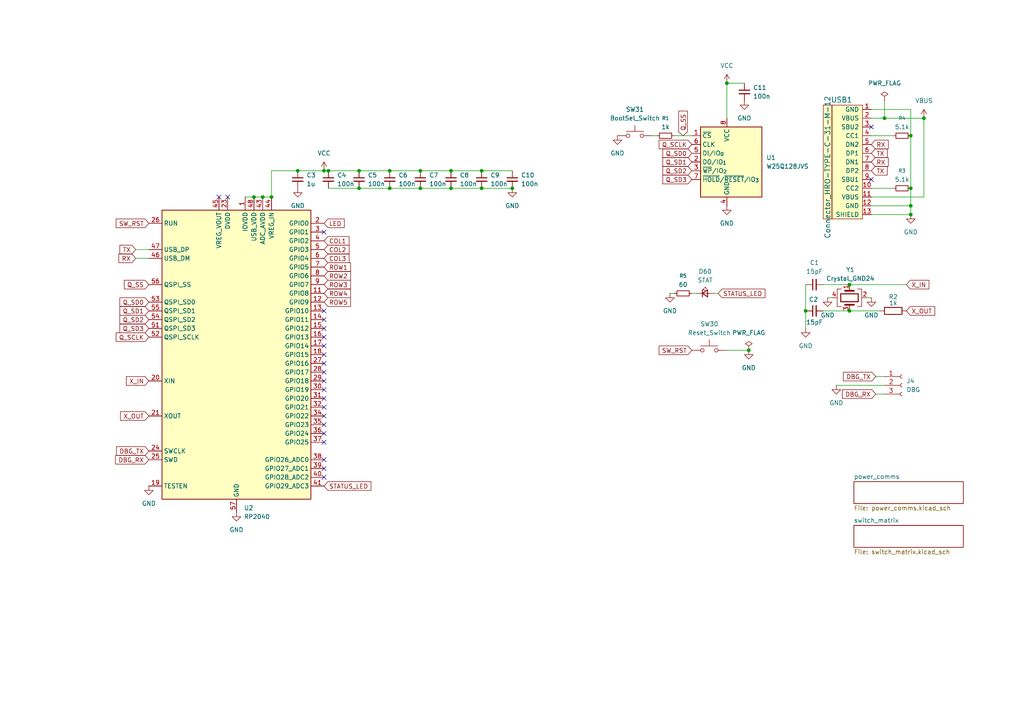
<source format=kicad_sch>
(kicad_sch (version 20250114) (generator "eeschema") (generator_version "9.0")
  (paper "A4")
  (title_block (date "2025-07-27") (rev "01"))
  (lib_symbols
    (symbol "Connector:Conn_01x03_Socket" (pin_names (offset 1.016) (hide yes))
      (property "Reference" "J" (at 0 5.08 0))
      (property "Value" "Conn_01x03_Socket" (at 0 -5.08 0))
      (symbol "Conn_01x03_Socket_1_1"
        (polyline (pts (xy -1.27 2.54) (xy -0.508 2.54)) (stroke (width 0.1524)))
        (polyline (pts (xy -1.27 0) (xy -0.508 0)) (stroke (width 0.1524)))
        (polyline (pts (xy -1.27 -2.54) (xy -0.508 -2.54)) (stroke (width 0.1524)))
        (arc (start 0 2.032) (mid -0.5058 2.54) (end 0 3.048) (stroke (width 0.1524)))
        (arc (start 0 -0.508) (mid -0.5058 0) (end 0 0.508) (stroke (width 0.1524)))
        (arc (start 0 -3.048) (mid -0.5058 -2.54) (end 0 -2.032) (stroke (width 0.1524)))
        (pin passive line (at -5.08 2.54 0) (length 3.81) (name "Pin_1") (number "1"))
        (pin passive line (at -5.08 0 0) (length 3.81) (name "Pin_2") (number "2"))
        (pin passive line (at -5.08 -2.54 0) (length 3.81) (name "Pin_3") (number "3"))
      )
    )
    (symbol "Device:C_Small" (pin_numbers (hide yes)) (pin_names (offset 0.254) (hide yes))
      (property "Reference" "C" (at 0.254 1.778 0))
      (property "Value" "C_Small" (at 0.254 -2.032 0))
      (symbol "C_Small_0_1"
        (polyline (pts (xy -1.524 0.508) (xy 1.524 0.508)) (stroke (width 0.3048)))
        (polyline (pts (xy -1.524 -0.508) (xy 1.524 -0.508)) (stroke (width 0.3302)))
      )
      (symbol "C_Small_1_1"
        (pin passive line (at 0 2.54 270) (length 2.032) (name "~") (number "1"))
        (pin passive line (at 0 -2.54 90) (length 2.032) (name "~") (number "2"))
      )
    )
    (symbol "Device:Crystal_GND24" (pin_names (offset 1.016) (hide yes))
      (property "Reference" "Y" (at 3.175 5.08 0))
      (property "Value" "Crystal_GND24" (at 3.175 3.175 0))
      (symbol "Crystal_GND24_0_1"
        (polyline (pts (xy -2.54 2.286) (xy -2.54 3.556) (xy 2.54 3.556) (xy 2.54 2.286)))
        (polyline (pts (xy -2.54 0) (xy -2.032 0)))
        (polyline (pts (xy -2.54 -2.286) (xy -2.54 -3.556) (xy 2.54 -3.556) (xy 2.54 -2.286)))
        (polyline (pts (xy -2.032 -1.27) (xy -2.032 1.27)) (stroke (width 0.508)))
        (rectangle (start -1.143 2.54) (end 1.143 -2.54) (stroke (width 0.3048)))
        (polyline (pts (xy 0 3.556) (xy 0 3.81)))
        (polyline (pts (xy 0 -3.81) (xy 0 -3.556)))
        (polyline (pts (xy 2.032 0) (xy 2.54 0)))
        (polyline (pts (xy 2.032 -1.27) (xy 2.032 1.27)) (stroke (width 0.508)))
      )
      (symbol "Crystal_GND24_1_1"
        (pin passive line (at -3.81 0 0) (length 1.27) (name "1") (number "1"))
        (pin passive line (at 0 5.08 270) (length 1.27) (name "2") (number "2"))
        (pin passive line (at 0 -5.08 90) (length 1.27) (name "4") (number "4"))
        (pin passive line (at 3.81 0 180) (length 1.27) (name "3") (number "3"))
      )
    )
    (symbol "Device:LED_Small" (pin_numbers (hide yes)) (pin_names (offset 0.254) (hide yes))
      (property "Reference" "D" (at -1.27 3.175 0))
      (property "Value" "LED_Small" (at -4.445 -2.54 0))
      (symbol "LED_Small_0_1"
        (polyline (pts (xy -0.762 -1.016) (xy -0.762 1.016)) (stroke (width 0.254)))
        (polyline (pts (xy 0 0.762) (xy -0.508 1.27) (xy -0.254 1.27) (xy -0.508 1.27) (xy -0.508 1.016)))
        (polyline (pts (xy 0.508 1.27) (xy 0 1.778) (xy 0.254 1.778) (xy 0 1.778) (xy 0 1.524)))
        (polyline (pts (xy 0.762 -1.016) (xy -0.762 0) (xy 0.762 1.016) (xy 0.762 -1.016)) (stroke (width 0.254)))
        (polyline (pts (xy 1.016 0) (xy -0.762 0)))
      )
      (symbol "LED_Small_1_1"
        (pin passive line (at -2.54 0 0) (length 1.778) (name "K") (number "1"))
        (pin passive line (at 2.54 0 180) (length 1.778) (name "A") (number "2"))
      )
    )
    (symbol "Device:R" (pin_numbers (hide yes)) (pin_names (offset 0))
      (property "Reference" "R" (at 2.032 0 90))
      (property "Value" "R" (at 0 0 90))
      (symbol "R_0_1"
        (rectangle (start -1.016 -2.54) (end 1.016 2.54) (stroke (width 0.254)))
      )
      (symbol "R_1_1"
        (pin passive line (at 0 3.81 270) (length 1.27) (name "~") (number "1"))
        (pin passive line (at 0 -3.81 90) (length 1.27) (name "~") (number "2"))
      )
    )
    (symbol "Device:R_Small" (pin_numbers (hide yes)) (pin_names (offset 0.254) (hide yes))
      (property "Reference" "R" (at 0 0 90))
      (property "Value" "R_Small" (at 1.778 0 90))
      (symbol "R_Small_0_1"
        (rectangle (start -0.762 1.778) (end 0.762 -1.778) (stroke (width 0.2032)))
      )
      (symbol "R_Small_1_1"
        (pin passive line (at 0 2.54 270) (length 0.762) (name "~") (number "1"))
        (pin passive line (at 0 -2.54 90) (length 0.762) (name "~") (number "2"))
      )
    )
    (symbol "MCU_RaspberryPi:RP2040"
      (property "Reference" "U" (at 17.78 45.72 0))
      (property "Value" "RP2040" (at 17.78 43.18 0))
      (symbol "RP2040_0_1"
        (rectangle (start -21.59 41.91) (end 21.59 -41.91) (stroke (width 0.254)) (fill (type background)))
      )
      (symbol "RP2040_1_1"
        (pin input line (at -25.4 38.1 0) (length 3.81) (name "RUN") (number "26"))
        (pin bidirectional line (at -25.4 30.48 0) (length 3.81) (name "USB_DP") (number "47"))
        (pin bidirectional line (at -25.4 27.94 0) (length 3.81) (name "USB_DM") (number "46"))
        (pin bidirectional line (at -25.4 20.32 0) (length 3.81) (name "QSPI_SS") (number "56"))
        (pin bidirectional line (at -25.4 15.24 0) (length 3.81) (name "QSPI_SD0") (number "53"))
        (pin bidirectional line (at -25.4 12.7 0) (length 3.81) (name "QSPI_SD1") (number "55"))
        (pin bidirectional line (at -25.4 10.16 0) (length 3.81) (name "QSPI_SD2") (number "54"))
        (pin bidirectional line (at -25.4 7.62 0) (length 3.81) (name "QSPI_SD3") (number "51"))
        (pin output line (at -25.4 5.08 0) (length 3.81) (name "QSPI_SCLK") (number "52"))
        (pin input line (at -25.4 -7.62 0) (length 3.81) (name "XIN") (number "20"))
        (pin passive line (at -25.4 -17.78 0) (length 3.81) (name "XOUT") (number "21"))
        (pin input line (at -25.4 -27.94 0) (length 3.81) (name "SWCLK") (number "24"))
        (pin bidirectional line (at -25.4 -30.48 0) (length 3.81) (name "SWD") (number "25"))
        (pin input line (at -25.4 -38.1 0) (length 3.81) (name "TESTEN") (number "19"))
        (pin power_out line (at -5.08 45.72 270) (length 3.81) (name "VREG_VOUT") (number "45"))
        (pin power_in line (at -2.54 45.72 270) (length 3.81) (name "DVDD") (number "23"))
        (pin passive line (at -2.54 45.72 270) (length 3.81) (hide yes) (name "DVDD") (number "50"))
        (pin power_in line (at 0 -45.72 90) (length 3.81) (name "GND") (number "57"))
        (pin power_in line (at 2.54 45.72 270) (length 3.81) (name "IOVDD") (number "1"))
        (pin passive line (at 2.54 45.72 270) (length 3.81) (hide yes) (name "IOVDD") (number "10"))
        (pin passive line (at 2.54 45.72 270) (length 3.81) (hide yes) (name "IOVDD") (number "22"))
        (pin passive line (at 2.54 45.72 270) (length 3.81) (hide yes) (name "IOVDD") (number "33"))
        (pin passive line (at 2.54 45.72 270) (length 3.81) (hide yes) (name "IOVDD") (number "42"))
        (pin passive line (at 2.54 45.72 270) (length 3.81) (hide yes) (name "IOVDD") (number "49"))
        (pin power_in line (at 5.08 45.72 270) (length 3.81) (name "USB_VDD") (number "48"))
        (pin power_in line (at 7.62 45.72 270) (length 3.81) (name "ADC_AVDD") (number "43"))
        (pin power_in line (at 10.16 45.72 270) (length 3.81) (name "VREG_IN") (number "44"))
        (pin bidirectional line (at 25.4 38.1 180) (length 3.81) (name "GPIO0") (number "2"))
        (pin bidirectional line (at 25.4 35.56 180) (length 3.81) (name "GPIO1") (number "3"))
        (pin bidirectional line (at 25.4 33.02 180) (length 3.81) (name "GPIO2") (number "4"))
        (pin bidirectional line (at 25.4 30.48 180) (length 3.81) (name "GPIO3") (number "5"))
        (pin bidirectional line (at 25.4 27.94 180) (length 3.81) (name "GPIO4") (number "6"))
        (pin bidirectional line (at 25.4 25.4 180) (length 3.81) (name "GPIO5") (number "7"))
        (pin bidirectional line (at 25.4 22.86 180) (length 3.81) (name "GPIO6") (number "8"))
        (pin bidirectional line (at 25.4 20.32 180) (length 3.81) (name "GPIO7") (number "9"))
        (pin bidirectional line (at 25.4 17.78 180) (length 3.81) (name "GPIO8") (number "11"))
        (pin bidirectional line (at 25.4 15.24 180) (length 3.81) (name "GPIO9") (number "12"))
        (pin bidirectional line (at 25.4 12.7 180) (length 3.81) (name "GPIO10") (number "13"))
        (pin bidirectional line (at 25.4 10.16 180) (length 3.81) (name "GPIO11") (number "14"))
        (pin bidirectional line (at 25.4 7.62 180) (length 3.81) (name "GPIO12") (number "15"))
        (pin bidirectional line (at 25.4 5.08 180) (length 3.81) (name "GPIO13") (number "16"))
        (pin bidirectional line (at 25.4 2.54 180) (length 3.81) (name "GPIO14") (number "17"))
        (pin bidirectional line (at 25.4 0 180) (length 3.81) (name "GPIO15") (number "18"))
        (pin bidirectional line (at 25.4 -2.54 180) (length 3.81) (name "GPIO16") (number "27"))
        (pin bidirectional line (at 25.4 -5.08 180) (length 3.81) (name "GPIO17") (number "28"))
        (pin bidirectional line (at 25.4 -7.62 180) (length 3.81) (name "GPIO18") (number "29"))
        (pin bidirectional line (at 25.4 -10.16 180) (length 3.81) (name "GPIO19") (number "30"))
        (pin bidirectional line (at 25.4 -12.7 180) (length 3.81) (name "GPIO20") (number "31"))
        (pin bidirectional line (at 25.4 -15.24 180) (length 3.81) (name "GPIO21") (number "32"))
        (pin bidirectional line (at 25.4 -17.78 180) (length 3.81) (name "GPIO22") (number "34"))
        (pin bidirectional line (at 25.4 -20.32 180) (length 3.81) (name "GPIO23") (number "35"))
        (pin bidirectional line (at 25.4 -22.86 180) (length 3.81) (name "GPIO24") (number "36"))
        (pin bidirectional line (at 25.4 -25.4 180) (length 3.81) (name "GPIO25") (number "37"))
        (pin bidirectional line (at 25.4 -30.48 180) (length 3.81) (name "GPIO26_ADC0") (number "38"))
        (pin bidirectional line (at 25.4 -33.02 180) (length 3.81) (name "GPIO27_ADC1") (number "39"))
        (pin bidirectional line (at 25.4 -35.56 180) (length 3.81) (name "GPIO28_ADC2") (number "40"))
        (pin bidirectional line (at 25.4 -38.1 180) (length 3.81) (name "GPIO29_ADC3") (number "41"))
      )
    )
    (symbol "Memory_Flash:W25Q128JVS"
      (property "Reference" "U" (at -6.35 11.43 0))
      (property "Value" "W25Q128JVS" (at 7.62 11.43 0))
      (symbol "W25Q128JVS_0_1"
        (rectangle (start -7.62 10.16) (end 10.16 -10.16) (stroke (width 0.254)) (fill (type background)))
      )
      (symbol "W25Q128JVS_1_1"
        (pin input line (at -10.16 7.62 0) (length 2.54) (name "~{CS}") (number "1"))
        (pin input line (at -10.16 5.08 0) (length 2.54) (name "CLK") (number "6"))
        (pin bidirectional line (at -10.16 2.54 0) (length 2.54) (name "DI/IO_{0}") (number "5"))
        (pin bidirectional line (at -10.16 0 0) (length 2.54) (name "DO/IO_{1}") (number "2"))
        (pin bidirectional line (at -10.16 -2.54 0) (length 2.54) (name "~{WP}/IO_{2}") (number "3"))
        (pin bidirectional line (at -10.16 -5.08 0) (length 2.54) (name "~{HOLD}/~{RESET}/IO_{3}") (number "7"))
        (pin power_in line (at 0 12.7 270) (length 2.54) (name "VCC") (number "8"))
        (pin power_in line (at 0 -12.7 90) (length 2.54) (name "GND") (number "4"))
      )
    )
    (symbol "Switch:SW_Push" (pin_numbers (hide yes)) (pin_names (offset 1.016) (hide yes))
      (property "Reference" "SW" (at 1.27 2.54 0))
      (property "Value" "SW_Push" (at 0 -1.524 0))
      (symbol "SW_Push_0_1"
        (circle (center -2.032 0) (radius 0.508))
        (polyline (pts (xy 0 1.27) (xy 0 3.048)))
        (circle (center 2.032 0) (radius 0.508))
        (polyline (pts (xy 2.54 1.27) (xy -2.54 1.27)))
        (pin passive line (at -5.08 0 0) (length 2.54) (name "1") (number "1"))
        (pin passive line (at 5.08 0 180) (length 2.54) (name "2") (number "2"))
      )
    )
    (symbol "power:GND" (power) (pin_numbers (hide yes)) (pin_names (offset 0) (hide yes))
      (property "Value" "GND" (at 0 -3.81 0))
      (symbol "GND_0_1"
        (polyline (pts (xy 0 0) (xy 0 -1.27) (xy 1.27 -1.27) (xy 0 -2.54) (xy -1.27 -1.27) (xy 0 -1.27)))
      )
      (symbol "GND_1_1"
        (pin power_in line (at 0 0 270) (length 0) (name "~") (number "1"))
      )
    )
    (symbol "power:PWR_FLAG" (power) (pin_numbers (hide yes)) (pin_names (offset 0) (hide yes))
      (property "Value" "PWR_FLAG" (at 0 3.81 0))
      (symbol "PWR_FLAG_0_0"
        (pin power_out line (at 0 0 90) (length 0) (name "~") (number "1"))
      )
      (symbol "PWR_FLAG_0_1"
        (polyline (pts (xy 0 0) (xy 0 1.27) (xy -1.016 1.905) (xy 0 2.54) (xy 1.016 1.905) (xy 0 1.27)))
      )
    )
    (symbol "power:VCC" (power) (pin_numbers (hide yes)) (pin_names (offset 0) (hide yes))
      (property "Value" "VCC" (at 0 3.556 0))
      (symbol "VCC_0_1"
        (polyline (pts (xy -0.762 1.27) (xy 0 2.54)))
        (polyline (pts (xy 0 2.54) (xy 0.762 1.27)))
        (polyline (pts (xy 0 0) (xy 0 2.54)))
      )
      (symbol "VCC_1_1"
        (pin power_in line (at 0 0 90) (length 0) (name "~") (number "1"))
      )
    )
    (symbol "zzkeeb:Connector_HRO-TYPE-C-31-M-12" (pin_names (offset 1.016))
      (property "Reference" "USB" (at -5.08 16.51 0))
      (property "Value" "Connector_HRO-TYPE-C-31-M-12" (at -10.16 -1.27 90))
      (symbol "Connector_HRO-TYPE-C-31-M-12_0_1"
        (rectangle (start -11.43 15.24) (end -8.89 -17.78) (fill (type background)))
        (rectangle (start 0 -17.78) (end -8.89 15.24) (fill (type background)))
      )
      (symbol "Connector_HRO-TYPE-C-31-M-12_1_1"
        (pin input line (at 2.54 13.97 180) (length 2.54) (name "GND") (number "1"))
        (pin input line (at 2.54 11.43 180) (length 2.54) (name "VBUS") (number "2"))
        (pin input line (at 2.54 8.89 180) (length 2.54) (name "SBU2") (number "3"))
        (pin input line (at 2.54 6.35 180) (length 2.54) (name "CC1") (number "4"))
        (pin input line (at 2.54 3.81 180) (length 2.54) (name "DN2") (number "5"))
        (pin input line (at 2.54 1.27 180) (length 2.54) (name "DP1") (number "6"))
        (pin input line (at 2.54 -1.27 180) (length 2.54) (name "DN1") (number "7"))
        (pin input line (at 2.54 -3.81 180) (length 2.54) (name "DP2") (number "8"))
        (pin input line (at 2.54 -6.35 180) (length 2.54) (name "SBU1") (number "9"))
        (pin input line (at 2.54 -8.89 180) (length 2.54) (name "CC2") (number "10"))
        (pin input line (at 2.54 -11.43 180) (length 2.54) (name "VBUS") (number "11"))
        (pin input line (at 2.54 -13.97 180) (length 2.54) (name "GND") (number "12"))
        (pin input line (at 2.54 -16.51 180) (length 2.54) (name "SHIELD") (number "13"))
      )
    )
  )
  (junction (at 210.82 24.13))
  (junction (at 93.98 49.53))
  (junction (at 104.14 54.61))
  (junction (at 233.68 90.17))
  (junction (at 130.81 54.61))
  (junction (at 121.92 49.53))
  (junction (at 78.74 57.15))
  (junction (at 121.92 54.61))
  (junction (at 217.17 101.6))
  (junction (at 246.38 90.17))
  (junction (at 113.03 49.53))
  (junction (at 256.54 34.29))
  (junction (at 139.7 49.53))
  (junction (at 148.59 54.61))
  (junction (at 264.16 59.69))
  (junction (at 267.97 34.29))
  (junction (at 264.16 62.23))
  (junction (at 130.81 49.53))
  (junction (at 73.66 57.15))
  (junction (at 264.16 54.61))
  (junction (at 86.36 49.53))
  (junction (at 104.14 49.53))
  (junction (at 95.25 49.53))
  (junction (at 76.2 57.15))
  (junction (at 139.7 54.61))
  (junction (at 264.16 39.37))
  (junction (at 113.03 54.61))
  (junction (at 246.38 82.55))
  (no_connect (at 93.98 133.35))
  (no_connect (at 93.98 113.03))
  (no_connect (at 93.98 97.79))
  (no_connect (at 252.73 36.83))
  (no_connect (at 93.98 120.65))
  (no_connect (at 93.98 102.87))
  (no_connect (at 93.98 67.31))
  (no_connect (at 93.98 90.17))
  (no_connect (at 93.98 128.27))
  (no_connect (at 93.98 123.19))
  (no_connect (at 93.98 100.33))
  (no_connect (at 93.98 107.95))
  (no_connect (at 93.98 138.43))
  (no_connect (at 93.98 110.49))
  (no_connect (at 252.73 52.07))
  (no_connect (at 93.98 135.89))
  (no_connect (at 93.98 115.57))
  (no_connect (at 93.98 105.41))
  (no_connect (at 93.98 125.73))
  (no_connect (at 93.98 95.25))
  (no_connect (at 93.98 92.71))
  (no_connect (at 63.5 57.15))
  (no_connect (at 66.04 57.15))
  (no_connect (at 93.98 118.11))
  (wire (pts (xy 256.54 34.29) (xy 267.97 34.29)))
  (wire (pts (xy 130.81 54.61) (xy 139.7 54.61)))
  (wire (pts (xy 254 109.22) (xy 256.54 109.22)))
  (wire (pts (xy 217.17 101.6) (xy 210.82 101.6)))
  (wire (pts (xy 238.76 90.17) (xy 246.38 90.17)))
  (wire (pts (xy 252.73 59.69) (xy 264.16 59.69)))
  (wire (pts (xy 210.82 24.13) (xy 210.82 34.29)))
  (wire (pts (xy 233.68 82.55) (xy 233.68 90.17)))
  (wire (pts (xy 104.14 49.53) (xy 113.03 49.53)))
  (wire (pts (xy 252.73 62.23) (xy 264.16 62.23)))
  (wire (pts (xy 121.92 49.53) (xy 130.81 49.53)))
  (wire (pts (xy 238.76 82.55) (xy 246.38 82.55)))
  (wire (pts (xy 200.66 85.09) (xy 201.93 85.09)))
  (wire (pts (xy 251.46 86.36) (xy 252.73 86.36)))
  (wire (pts (xy 78.74 49.53) (xy 86.36 49.53)))
  (wire (pts (xy 71.12 57.15) (xy 73.66 57.15)))
  (wire (pts (xy 246.38 82.55) (xy 262.89 82.55)))
  (wire (pts (xy 39.37 74.93) (xy 43.18 74.93)))
  (wire (pts (xy 207.01 85.09) (xy 208.28 85.09)))
  (wire (pts (xy 267.97 34.29) (xy 267.97 57.15)))
  (wire (pts (xy 264.16 39.37) (xy 264.16 31.75)))
  (wire (pts (xy 76.2 57.15) (xy 78.74 57.15)))
  (wire (pts (xy 256.54 29.21) (xy 256.54 34.29)))
  (wire (pts (xy 130.81 49.53) (xy 139.7 49.53)))
  (wire (pts (xy 139.7 49.53) (xy 148.59 49.53)))
  (wire (pts (xy 121.92 54.61) (xy 130.81 54.61)))
  (wire (pts (xy 267.97 57.15) (xy 252.73 57.15)))
  (wire (pts (xy 86.36 49.53) (xy 93.98 49.53)))
  (wire (pts (xy 246.38 90.17) (xy 255.27 90.17)))
  (wire (pts (xy 233.68 90.17) (xy 233.68 95.25)))
  (wire (pts (xy 95.25 54.61) (xy 104.14 54.61)))
  (wire (pts (xy 113.03 49.53) (xy 121.92 49.53)))
  (wire (pts (xy 93.98 49.53) (xy 95.25 49.53)))
  (wire (pts (xy 264.16 31.75) (xy 252.73 31.75)))
  (wire (pts (xy 254 114.3) (xy 256.54 114.3)))
  (wire (pts (xy 252.73 34.29) (xy 256.54 34.29)))
  (wire (pts (xy 139.7 54.61) (xy 148.59 54.61)))
  (wire (pts (xy 264.16 54.61) (xy 264.16 59.69)))
  (wire (pts (xy 240.03 86.36) (xy 241.3 86.36)))
  (wire (pts (xy 195.58 85.09) (xy 194.31 85.09)))
  (wire (pts (xy 252.73 54.61) (xy 259.08 54.61)))
  (wire (pts (xy 195.58 39.37) (xy 200.66 39.37)))
  (wire (pts (xy 215.9 24.13) (xy 210.82 24.13)))
  (wire (pts (xy 264.16 39.37) (xy 264.16 54.61)))
  (wire (pts (xy 189.23 39.37) (xy 190.5 39.37)))
  (wire (pts (xy 242.57 111.76) (xy 256.54 111.76)))
  (wire (pts (xy 113.03 54.61) (xy 121.92 54.61)))
  (wire (pts (xy 264.16 62.23) (xy 264.16 59.69)))
  (wire (pts (xy 104.14 54.61) (xy 113.03 54.61)))
  (wire (pts (xy 39.37 72.39) (xy 43.18 72.39)))
  (wire (pts (xy 73.66 57.15) (xy 76.2 57.15)))
  (wire (pts (xy 252.73 39.37) (xy 259.08 39.37)))
  (wire (pts (xy 95.25 49.53) (xy 104.14 49.53)))
  (wire (pts (xy 78.74 57.15) (xy 78.74 49.53)))
  (global_label "DBG_TX" (shape input) (at 43.18 130.81 180) (property "Intersheetrefs" "${INTERSHEET_REFS}" (effects (hide yes))))
  (global_label "Q_SD3" (shape input) (at 43.18 95.25 180) (property "Intersheetrefs" "${INTERSHEET_REFS}" (effects (hide yes))))
  (global_label "ROW3" (shape input) (at 93.98 82.55 0) (property "Intersheetrefs" "${INTERSHEET_REFS}" (effects (hide yes))))
  (global_label "Q_SD1" (shape input) (at 43.18 90.17 180) (property "Intersheetrefs" "${INTERSHEET_REFS}" (effects (hide yes))))
  (global_label "DBG_RX" (shape input) (at 43.18 133.35 180) (property "Intersheetrefs" "${INTERSHEET_REFS}" (effects (hide yes))))
  (global_label "SW_RST" (shape input) (at 200.66 101.6 180) (property "Intersheetrefs" "${INTERSHEET_REFS}" (effects (hide yes))))
  (global_label "Q_SD0" (shape input) (at 200.66 44.45 180) (property "Intersheetrefs" "${INTERSHEET_REFS}" (effects (hide yes))))
  (global_label "Q_SD3" (shape input) (at 200.66 52.07 180) (property "Intersheetrefs" "${INTERSHEET_REFS}" (effects (hide yes))))
  (global_label "X_IN" (shape input) (at 262.89 82.55 0) (property "Intersheetrefs" "${INTERSHEET_REFS}" (effects (hide yes))))
  (global_label "TX" (shape input) (at 39.37 72.39 180) (property "Intersheetrefs" "${INTERSHEET_REFS}" (effects (hide yes))))
  (global_label "Q_SD2" (shape input) (at 200.66 49.53 180) (property "Intersheetrefs" "${INTERSHEET_REFS}" (effects (hide yes))))
  (global_label "Q_SD2" (shape input) (at 43.18 92.71 180) (property "Intersheetrefs" "${INTERSHEET_REFS}" (effects (hide yes))))
  (global_label "TX" (shape input) (at 252.73 49.53 0) (property "Intersheetrefs" "${INTERSHEET_REFS}" (effects (hide yes))))
  (global_label "TX" (shape input) (at 252.73 44.45 0) (property "Intersheetrefs" "${INTERSHEET_REFS}" (effects (hide yes))))
  (global_label "X_IN" (shape input) (at 43.18 110.49 180) (property "Intersheetrefs" "${INTERSHEET_REFS}" (effects (hide yes))))
  (global_label "RX" (shape input) (at 252.73 41.91 0) (property "Intersheetrefs" "${INTERSHEET_REFS}" (effects (hide yes))))
  (global_label "STATUS_LED" (shape input) (at 93.98 140.97 0) (property "Intersheetrefs" "${INTERSHEET_REFS}" (effects (hide yes))))
  (global_label "X_OUT" (shape input) (at 262.89 90.17 0) (property "Intersheetrefs" "${INTERSHEET_REFS}" (effects (hide yes))))
  (global_label "Q_SS" (shape input) (at 198.12 39.37 90) (property "Intersheetrefs" "${INTERSHEET_REFS}" (effects (hide yes))))
  (global_label "SW_RST" (shape input) (at 43.18 64.77 180) (property "Intersheetrefs" "${INTERSHEET_REFS}" (effects (hide yes))))
  (global_label "LED" (shape input) (at 93.98 64.77 0) (property "Intersheetrefs" "${INTERSHEET_REFS}" (effects (hide yes))))
  (global_label "RX" (shape input) (at 252.73 46.99 0) (property "Intersheetrefs" "${INTERSHEET_REFS}" (effects (hide yes))))
  (global_label "COL3" (shape input) (at 93.98 74.93 0) (property "Intersheetrefs" "${INTERSHEET_REFS}" (effects (hide yes))))
  (global_label "X_OUT" (shape input) (at 43.18 120.65 180) (property "Intersheetrefs" "${INTERSHEET_REFS}" (effects (hide yes))))
  (global_label "Q_SS" (shape input) (at 43.18 82.55 180) (property "Intersheetrefs" "${INTERSHEET_REFS}" (effects (hide yes))))
  (global_label "STATUS_LED" (shape input) (at 208.28 85.09 0) (property "Intersheetrefs" "${INTERSHEET_REFS}" (effects (hide yes))))
  (global_label "COL1" (shape input) (at 93.98 69.85 0) (property "Intersheetrefs" "${INTERSHEET_REFS}" (effects (hide yes))))
  (global_label "DBG_TX" (shape input) (at 254 109.22 180) (property "Intersheetrefs" "${INTERSHEET_REFS}" (effects (hide yes))))
  (global_label "RX" (shape input) (at 39.37 74.93 180) (property "Intersheetrefs" "${INTERSHEET_REFS}" (effects (hide yes))))
  (global_label "Q_SD0" (shape input) (at 43.18 87.63 180) (property "Intersheetrefs" "${INTERSHEET_REFS}" (effects (hide yes))))
  (global_label "ROW1" (shape input) (at 93.98 77.47 0) (property "Intersheetrefs" "${INTERSHEET_REFS}" (effects (hide yes))))
  (global_label "Q_SCLK" (shape input) (at 200.66 41.91 180) (property "Intersheetrefs" "${INTERSHEET_REFS}" (effects (hide yes))))
  (global_label "ROW2" (shape input) (at 93.98 80.01 0) (property "Intersheetrefs" "${INTERSHEET_REFS}" (effects (hide yes))))
  (global_label "Q_SCLK" (shape input) (at 43.18 97.79 180) (property "Intersheetrefs" "${INTERSHEET_REFS}" (effects (hide yes))))
  (global_label "ROW4" (shape input) (at 93.98 85.09 0) (property "Intersheetrefs" "${INTERSHEET_REFS}" (effects (hide yes))))
  (global_label "COL2" (shape input) (at 93.98 72.39 0) (property "Intersheetrefs" "${INTERSHEET_REFS}" (effects (hide yes))))
  (global_label "ROW5" (shape input) (at 93.98 87.63 0) (property "Intersheetrefs" "${INTERSHEET_REFS}" (effects (hide yes))))
  (global_label "DBG_RX" (shape input) (at 254 114.3 180) (property "Intersheetrefs" "${INTERSHEET_REFS}" (effects (hide yes))))
  (global_label "Q_SD1" (shape input) (at 200.66 46.99 180) (property "Intersheetrefs" "${INTERSHEET_REFS}" (effects (hide yes))))
  (symbol (lib_id "power:GND") (at 215.9 29.21 0) (unit 1)
    (property "Reference" "#PWR018" (effects (hide yes)))
    (property "Value" "GND" (at 215.9 34.29 0))
    (property "Description" "Power symbol creates a global label with name \"GND\" , ground" (effects (hide yes)))
  )
  (symbol (lib_id "Device:R_Small") (at 193.04 39.37 90) (unit 1) (in_bom no)
    (property "Reference" "R1" (at 193.04 34.29 90) (effects (font (size 1.016 1.016))))
    (property "Value" "1k" (at 193.04 36.83 90))
    (property "Footprint" "Resistor_SMD:R_0805_2012Metric" (effects (hide yes)))
    (property "Description" "Resistor, small symbol" (effects (hide yes)))
  )
  (symbol (lib_id "Device:C_Small") (at 215.9 26.67 0) (unit 1) (in_bom no)
    (property "Reference" "C11" (at 218.44 25.4062 0) (effects (justify left)))
    (property "Value" "100n" (at 218.44 27.9462 0) (effects (justify left)))
    (property "Footprint" "Capacitor_SMD:C_0805_2012Metric" (effects (hide yes)))
    (property "Description" "Unpolarized capacitor, small symbol" (effects (hide yes)))
  )
  (symbol (lib_id "Device:R_Small") (at 261.62 39.37 90) (unit 1) (in_bom no)
    (property "Reference" "R4" (at 261.62 34.29 90) (effects (font (size 1.016 1.016))))
    (property "Value" "5.1k" (at 261.62 36.83 90))
    (property "Footprint" "Resistor_SMD:R_0805_2012Metric" (effects (hide yes)))
    (property "Description" "Resistor, small symbol" (effects (hide yes)))
  )
  (symbol (lib_id "Connector:Conn_01x03_Socket") (at 261.62 111.76 0) (unit 1) (in_bom no)
    (property "Reference" "J4" (at 262.89 110.4899 0) (effects (justify left)))
    (property "Value" "DBG" (at 262.89 113.0299 0) (effects (justify left)))
    (property "Footprint" "Connector_PinHeader_2.00mm:PinHeader_1x03_P2.00mm_Vertical" (effects (hide yes)))
    (property "Description" "Generic connector, single row, 01x03, script generated" (effects (hide yes)))
  )
  (symbol (lib_id "Device:C_Small") (at 236.22 82.55 90) (unit 1) (in_bom no)
    (property "Reference" "C1" (at 236.2263 76.2 90))
    (property "Value" "15pF" (at 236.2263 78.74 90))
    (property "Footprint" "Capacitor_SMD:C_0805_2012Metric" (effects (hide yes)))
    (property "Description" "Unpolarized capacitor, small symbol" (effects (hide yes)))
  )
  (symbol (lib_id "Device:C_Small") (at 95.25 52.07 0) (unit 1) (in_bom no)
    (property "Reference" "C4" (at 97.79 50.8062 0) (effects (justify left)))
    (property "Value" "100n" (at 97.79 53.3462 0) (effects (justify left)))
    (property "Footprint" "Capacitor_SMD:C_0805_2012Metric" (effects (hide yes)))
    (property "Description" "Unpolarized capacitor, small symbol" (effects (hide yes)))
  )
  (symbol (lib_id "power:GND") (at 210.82 59.69 0) (unit 1)
    (property "Reference" "#PWR013" (effects (hide yes)))
    (property "Value" "GND" (at 210.82 64.77 0))
    (property "Description" "Power symbol creates a global label with name \"GND\" , ground" (effects (hide yes)))
  )
  (symbol (lib_id "power:GND") (at 217.17 101.6 0) (unit 1)
    (property "Reference" "#PWR01" (effects (hide yes)))
    (property "Value" "GND" (at 217.17 106.68 0))
    (property "Description" "Power symbol creates a global label with name \"GND\" , ground" (effects (hide yes)))
  )
  (symbol (lib_id "power:GND") (at 252.73 86.36 0) (unit 1)
    (property "Reference" "#PWR024" (effects (hide yes)))
    (property "Value" "GND" (at 252.73 91.44 0))
    (property "Description" "Power symbol creates a global label with name \"GND\" , ground" (effects (hide yes)))
  )
  (symbol (lib_id "Device:C_Small") (at 113.03 52.07 0) (unit 1) (in_bom no)
    (property "Reference" "C6" (at 115.57 50.8062 0) (effects (justify left)))
    (property "Value" "100n" (at 115.57 53.3462 0) (effects (justify left)))
    (property "Footprint" "Capacitor_SMD:C_0805_2012Metric" (effects (hide yes)))
    (property "Description" "Unpolarized capacitor, small symbol" (effects (hide yes)))
  )
  (symbol (lib_id "Switch:SW_Push") (at 184.15 39.37 0) (unit 1) (in_bom no)
    (property "Reference" "SW31" (at 184.15 31.75 0))
    (property "Value" "BootSel_Switch" (at 184.15 34.29 0))
    (property "Footprint" "Button_Switch_SMD:SW_SPST_TL3342" (effects (hide yes)))
    (property "Description" "Push button switch, generic, two pins" (effects (hide yes)))
  )
  (symbol (lib_id "Device:R") (at 259.08 90.17 90) (unit 1) (in_bom no)
    (property "Reference" "R2" (at 259.08 86.106 90))
    (property "Value" "1k" (at 259.08 87.884 90))
    (property "Footprint" "Resistor_SMD:R_0805_2012Metric" (effects (hide yes)))
    (property "Description" "Resistor" (effects (hide yes)))
  )
  (symbol (lib_id "power:GND") (at 43.18 140.97 0) (unit 1)
    (property "Reference" "#PWR021" (effects (hide yes)))
    (property "Value" "GND" (at 43.18 146.05 0))
    (property "Description" "Power symbol creates a global label with name \"GND\" , ground" (effects (hide yes)))
  )
  (symbol (lib_id "Device:C_Small") (at 148.59 52.07 0) (unit 1) (in_bom no)
    (property "Reference" "C10" (at 151.13 50.8062 0) (effects (justify left)))
    (property "Value" "100n" (at 151.13 53.3462 0) (effects (justify left)))
    (property "Footprint" "Capacitor_SMD:C_0805_2012Metric" (effects (hide yes)))
    (property "Description" "Unpolarized capacitor, small symbol" (effects (hide yes)))
  )
  (symbol (lib_id "Device:Crystal_GND24") (at 246.38 86.36 270) (unit 1)
    (property "Reference" "Y1" (at 246.634 78.232 90))
    (property "Value" "Crystal_GND24" (at 246.634 80.772 90))
    (property "Footprint" "Crystal:Crystal_SMD_Abracon_ABM8G-4Pin_3.2x2.5mm" (effects (hide yes)))
    (property "Description" "Four pin crystal, GND on pins 2 and 4" (effects (hide yes)))
  )
  (symbol (lib_id "power:PWR_FLAG") (at 217.17 101.6 0) (unit 1)
    (property "Reference" "#FLG01" (effects (hide yes)))
    (property "Value" "PWR_FLAG" (at 217.17 96.52 0))
    (property "Description" "Special symbol for telling ERC where power comes from" (effects (hide yes)))
  )
  (symbol (lib_id "power:GND") (at 179.07 39.37 0) (unit 1)
    (property "Reference" "#PWR015" (effects (hide yes)))
    (property "Value" "GND" (at 179.07 44.45 0))
    (property "Description" "Power symbol creates a global label with name \"GND\" , ground" (effects (hide yes)))
  )
  (symbol (lib_id "Device:C_Small") (at 139.7 52.07 0) (unit 1) (in_bom no)
    (property "Reference" "C9" (at 142.24 50.8062 0) (effects (justify left)))
    (property "Value" "100n" (at 142.24 53.3462 0) (effects (justify left)))
    (property "Footprint" "Capacitor_SMD:C_0805_2012Metric" (effects (hide yes)))
    (property "Description" "Unpolarized capacitor, small symbol" (effects (hide yes)))
  )
  (symbol (lib_id "MCU_RaspberryPi:RP2040") (at 68.58 102.87 0) (unit 1)
    (property "Reference" "U2" (at 70.7233 147.32 0) (effects (justify left)))
    (property "Value" "RP2040" (at 70.7233 149.86 0) (effects (justify left)))
    (property "Footprint" "Package_DFN_QFN:QFN-56-1EP_7x7mm_P0.4mm_EP3.2x3.2mm" (effects (hide yes)))
    (property "Datasheet" "https://datasheets.raspberrypi.com/rp2040/rp2040-datasheet.pdf" (effects (hide yes)))
    (property "Description" "A microcontroller by Raspberry Pi" (effects (hide yes)))
  )
  (symbol (lib_id "Device:LED_Small") (at 204.47 85.09 0) (unit 1) (in_bom no)
    (property "Reference" "D60" (at 204.5335 78.74 0))
    (property "Value" "STAT" (at 204.5335 81.28 0))
    (property "Footprint" "LED_SMD:LED_0805_2012Metric" (effects (hide yes)))
    (property "Description" "Light emitting diode, small symbol" (effects (hide yes)))
    (property "Sim.Pin" "1=K 2=A" (effects (hide yes)))
  )
  (symbol (lib_id "power:GND") (at 148.59 54.61 0) (unit 1)
    (property "Reference" "#PWR09" (effects (hide yes)))
    (property "Value" "GND" (at 148.59 59.69 0))
    (property "Description" "Power symbol creates a global label with name \"GND\" , ground" (effects (hide yes)))
  )
  (symbol (lib_id "Device:C_Small") (at 86.36 52.07 0) (unit 1) (in_bom no)
    (property "Reference" "C3" (at 88.9 50.8062 0) (effects (justify left)))
    (property "Value" "1u" (at 88.9 53.3462 0) (effects (justify left)))
    (property "Footprint" "Capacitor_SMD:C_0805_2012Metric" (effects (hide yes)))
    (property "Description" "Unpolarized capacitor, small symbol" (effects (hide yes)))
  )
  (symbol (lib_id "Memory_Flash:W25Q128JVS") (at 210.82 46.99 0) (unit 1)
    (property "Reference" "U1" (at 222.25 45.7199 0) (effects (justify left)))
    (property "Value" "W25Q128JVS" (at 222.25 48.2599 0) (effects (justify left)))
    (property "Footprint" "Package_SO:SOIC-8_5.3x5.3mm_P1.27mm" (effects (hide yes)))
    (property "Datasheet" "https://www.winbond.com/resource-files/w25q128jv_dtr%20revc%2003272018%20plus.pdf" (effects (hide yes)))
    (property "Description" "128Mbit / 16MiB Serial Flash Memory, Standard/Dual/Quad SPI, 2.7-3.6V, SOIC-8" (effects (hide yes)))
  )
  (symbol (lib_id "Device:C_Small") (at 104.14 52.07 0) (unit 1) (in_bom no)
    (property "Reference" "C5" (at 106.68 50.8062 0) (effects (justify left)))
    (property "Value" "100n" (at 106.68 53.3462 0) (effects (justify left)))
    (property "Footprint" "Capacitor_SMD:C_0805_2012Metric" (effects (hide yes)))
    (property "Description" "Unpolarized capacitor, small symbol" (effects (hide yes)))
  )
  (symbol (lib_id "power:VCC") (at 267.97 34.29 0) (unit 1)
    (property "Reference" "#PWR04" (effects (hide yes)))
    (property "Value" "VBUS" (at 267.97 29.21 0))
    (property "Description" "Power symbol creates a global label with name \"VCC\"" (effects (hide yes)))
  )
  (symbol (lib_id "power:VCC") (at 210.82 24.13 0) (unit 1)
    (property "Reference" "#PWR014" (effects (hide yes)))
    (property "Value" "VCC" (at 210.82 19.05 0))
    (property "Description" "Power symbol creates a global label with name \"VCC\"" (effects (hide yes)))
  )
  (symbol (lib_id "power:GND") (at 240.03 86.36 0) (unit 1)
    (property "Reference" "#PWR025" (effects (hide yes)))
    (property "Value" "GND" (at 240.03 91.44 0))
    (property "Description" "Power symbol creates a global label with name \"GND\" , ground" (effects (hide yes)))
  )
  (symbol (lib_id "power:GND") (at 194.31 85.09 0) (unit 1)
    (property "Reference" "#PWR022" (effects (hide yes)))
    (property "Value" "GND" (at 194.31 90.17 0))
    (property "Description" "Power symbol creates a global label with name \"GND\" , ground" (effects (hide yes)))
  )
  (symbol (lib_id "power:GND") (at 242.57 111.76 0) (unit 1)
    (property "Reference" "#PWR019" (effects (hide yes)))
    (property "Value" "GND" (at 242.57 116.84 0))
    (property "Description" "Power symbol creates a global label with name \"GND\" , ground" (effects (hide yes)))
  )
  (symbol (lib_id "power:GND") (at 233.68 95.25 0) (unit 1)
    (property "Reference" "#PWR026" (effects (hide yes)))
    (property "Value" "GND" (at 233.68 100.33 0))
    (property "Description" "Power symbol creates a global label with name \"GND\" , ground" (effects (hide yes)))
  )
  (symbol (lib_id "power:GND") (at 264.16 62.23 0) (unit 1)
    (property "Reference" "#PWR03" (effects (hide yes)))
    (property "Value" "GND" (at 264.16 67.31 0))
    (property "Description" "Power symbol creates a global label with name \"GND\" , ground" (effects (hide yes)))
  )
  (symbol (lib_id "power:GND") (at 86.36 54.61 0) (unit 1)
    (property "Reference" "#PWR08" (effects (hide yes)))
    (property "Value" "GND" (at 86.36 59.69 0))
    (property "Description" "Power symbol creates a global label with name \"GND\" , ground" (effects (hide yes)))
  )
  (symbol (lib_id "Device:R_Small") (at 261.62 54.61 90) (unit 1) (in_bom no)
    (property "Reference" "R3" (at 261.62 49.53 90) (effects (font (size 1.016 1.016))))
    (property "Value" "5.1k" (at 261.62 52.07 90))
    (property "Footprint" "Resistor_SMD:R_0805_2012Metric" (effects (hide yes)))
    (property "Description" "Resistor, small symbol" (effects (hide yes)))
  )
  (symbol (lib_id "Device:R_Small") (at 198.12 85.09 90) (unit 1) (in_bom no)
    (property "Reference" "R5" (at 198.12 80.01 90) (effects (font (size 1.016 1.016))))
    (property "Value" "60" (at 198.12 82.55 90))
    (property "Footprint" "Resistor_SMD:R_0805_2012Metric" (effects (hide yes)))
    (property "Description" "Resistor, small symbol" (effects (hide yes)))
  )
  (symbol (lib_id "Device:C_Small") (at 236.22 90.17 90) (unit 1) (in_bom no)
    (property "Reference" "C2" (at 235.966 86.868 90))
    (property "Value" "15pF" (at 236.22 93.472 90))
    (property "Footprint" "Capacitor_SMD:C_0805_2012Metric" (effects (hide yes)))
    (property "Description" "Unpolarized capacitor, small symbol" (effects (hide yes)))
  )
  (symbol (lib_id "Switch:SW_Push") (at 205.74 101.6 0) (unit 1) (in_bom no)
    (property "Reference" "SW30" (at 205.74 93.98 0))
    (property "Value" "Reset_Switch" (at 205.74 96.52 0))
    (property "Footprint" "Button_Switch_SMD:SW_SPST_TL3342" (effects (hide yes)))
    (property "Description" "Push button switch, generic, two pins" (effects (hide yes)))
  )
  (symbol (lib_id "power:PWR_FLAG") (at 256.54 29.21 0) (unit 1)
    (property "Reference" "#FLG02" (effects (hide yes)))
    (property "Value" "PWR_FLAG" (at 256.54 24.13 0))
    (property "Description" "Special symbol for telling ERC where power comes from" (effects (hide yes)))
  )
  (symbol (lib_id "Device:C_Small") (at 130.81 52.07 0) (unit 1) (in_bom no)
    (property "Reference" "C8" (at 133.35 50.8062 0) (effects (justify left)))
    (property "Value" "100n" (at 133.35 53.3462 0) (effects (justify left)))
    (property "Footprint" "Capacitor_SMD:C_0805_2012Metric" (effects (hide yes)))
    (property "Description" "Unpolarized capacitor, small symbol" (effects (hide yes)))
  )
  (symbol (lib_id "power:VCC") (at 93.98 49.53 0) (unit 1)
    (property "Reference" "#PWR010" (effects (hide yes)))
    (property "Value" "VCC" (at 93.98 44.45 0))
    (property "Description" "Power symbol creates a global label with name \"VCC\"" (effects (hide yes)))
  )
  (symbol (lib_id "power:GND") (at 68.58 148.59 0) (unit 1)
    (property "Reference" "#PWR020" (effects (hide yes)))
    (property "Value" "GND" (at 68.58 153.67 0))
    (property "Description" "Power symbol creates a global label with name \"GND\" , ground" (effects (hide yes)))
  )
  (symbol (lib_id "Device:C_Small") (at 121.92 52.07 0) (unit 1) (in_bom no)
    (property "Reference" "C7" (at 124.46 50.8062 0) (effects (justify left)))
    (property "Value" "100n" (at 124.46 53.3462 0) (effects (justify left)))
    (property "Footprint" "Capacitor_SMD:C_0805_2012Metric" (effects (hide yes)))
    (property "Description" "Unpolarized capacitor, small symbol" (effects (hide yes)))
  )
  (symbol (lib_id "zzkeeb:Connector_HRO-TYPE-C-31-M-12") (at 250.19 45.72 0) (unit 1) (in_bom no)
    (property "Reference" "USB1" (at 244.094 28.956 0) (effects (font (size 1.524 1.524))))
    (property "Value" "Connector_HRO-TYPE-C-31-M-12" (at 240.03 48.514 90) (effects (font (size 1.524 1.524))))
    (property "Footprint" "Type-C:HRO-TYPE-C-31-M-12-HandSoldering" (effects (hide yes)))
  )
  (sheet (at 247.65 139.7) (size 31.75 6.35) (stroke (width 0.1524))
    (property "Sheetname" "power_comms" (at 247.65 138.9884 0) (effects (justify left bottom)))
    (property "Sheetfile" "power_comms.kicad_sch" (at 247.65 146.6346 0) (effects (justify left top)))
  )
  (sheet (at 247.65 152.4) (size 31.75 6.35) (stroke (width 0.1524))
    (property "Sheetname" "switch_matrix" (at 247.65 151.6884 0) (effects (justify left bottom)))
    (property "Sheetfile" "switch_matrix.kicad_sch" (at 247.65 159.3346 0) (effects (justify left top)))
  )
)
</source>
